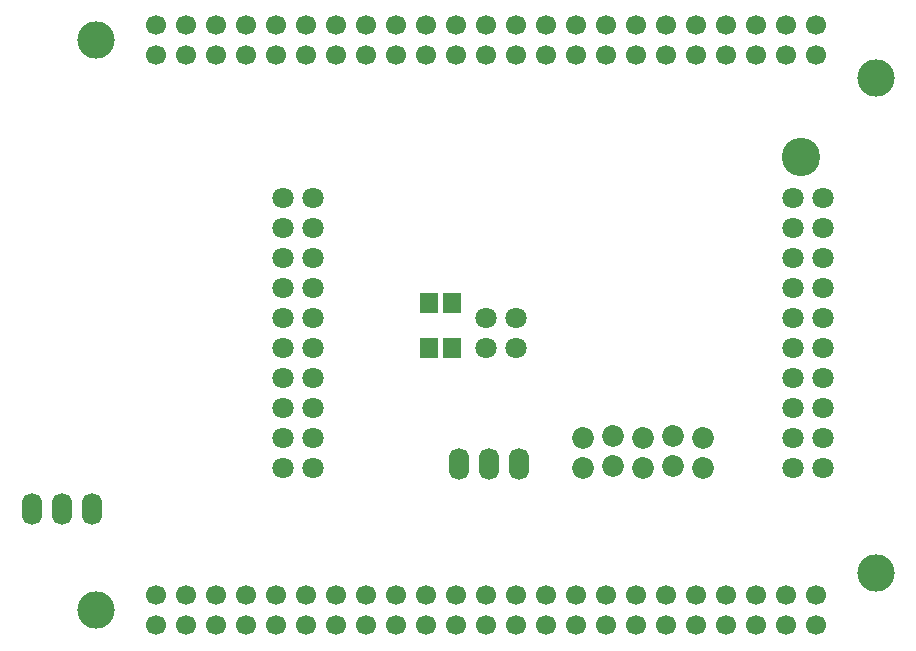
<source format=gts>
G04 DipTrace 2.3.1.0*
%INbbblp30.GTS*%
%MOMM*%
%ADD28C,3.175*%
%ADD29C,3.25*%
%ADD42C,1.85*%
%ADD44R,1.5X1.7*%
%ADD46O,1.7X2.7*%
%ADD48C,1.8*%
%ADD50C,1.7*%
%FSLAX53Y53*%
G04*
G71*
G90*
G75*
G01*
%LNTopMask*%
%LPD*%
D50*
X29685Y14439D3*
X32225D3*
X34765D3*
X37305D3*
X39845D3*
X42385D3*
X44925D3*
X47465D3*
X50005D3*
X52545D3*
X55085D3*
X57625D3*
X60165D3*
X62705D3*
X65245D3*
X67785D3*
X70325D3*
X72865D3*
X75405D3*
X77945D3*
X80485D3*
X83025D3*
X85565D3*
Y11899D3*
X83025D3*
X80485D3*
X77945D3*
X75405D3*
X72865D3*
X70325D3*
X67785D3*
X65245D3*
X62705D3*
X60165D3*
X57625D3*
X55085D3*
X52545D3*
X50005D3*
X47465D3*
X44925D3*
X42385D3*
X39845D3*
X37305D3*
X34765D3*
X32225D3*
X29685D3*
Y62699D3*
X32225D3*
X34765D3*
X37305D3*
X39845D3*
X42385D3*
X44925D3*
X47465D3*
X50005D3*
X52545D3*
X55085D3*
X57625D3*
X60165D3*
X62705D3*
X65245D3*
X67785D3*
X70325D3*
X72865D3*
X75405D3*
X77945D3*
X80485D3*
X83025D3*
X85565D3*
Y60159D3*
X83025D3*
X80485D3*
X77945D3*
X75405D3*
X72865D3*
X70325D3*
X67785D3*
X65245D3*
X62705D3*
X60165D3*
X57625D3*
X55085D3*
X52545D3*
X50005D3*
X47465D3*
X44925D3*
X42385D3*
X39845D3*
X37305D3*
X34765D3*
X32225D3*
X29685D3*
D28*
X90645Y58254D3*
Y16344D3*
X24605Y61429D3*
Y13169D3*
D48*
X40480Y25234D3*
Y27774D3*
Y30314D3*
Y32854D3*
Y35394D3*
Y37934D3*
Y40474D3*
Y43014D3*
Y45554D3*
Y48094D3*
X86200Y25234D3*
Y27774D3*
Y30314D3*
Y32854D3*
Y35394D3*
Y37934D3*
Y40474D3*
Y43014D3*
Y45554D3*
Y48094D3*
X43020D3*
Y45554D3*
Y43014D3*
Y40474D3*
Y37934D3*
Y35394D3*
Y32854D3*
Y30314D3*
Y27774D3*
Y25234D3*
X83660Y48094D3*
Y45554D3*
Y43014D3*
Y40474D3*
Y37934D3*
Y35394D3*
Y32854D3*
Y30314D3*
Y27774D3*
Y25234D3*
D46*
X19207Y21742D3*
X21748D3*
X24287D3*
X55402Y25552D3*
X57942D3*
X60482D3*
D44*
X54762Y35394D3*
X52863D3*
X54762Y39204D3*
X52863D3*
D48*
X57625Y35394D3*
X60165D3*
X57625Y37934D3*
X60165D3*
D42*
X65880Y25234D3*
X68420Y25361D3*
X70960Y25234D3*
X73500Y25361D3*
X76040Y25234D3*
Y27774D3*
X73500Y27901D3*
X70960Y27774D3*
X68420Y27901D3*
X65880Y27774D3*
D29*
X84295Y51587D3*
M02*

</source>
